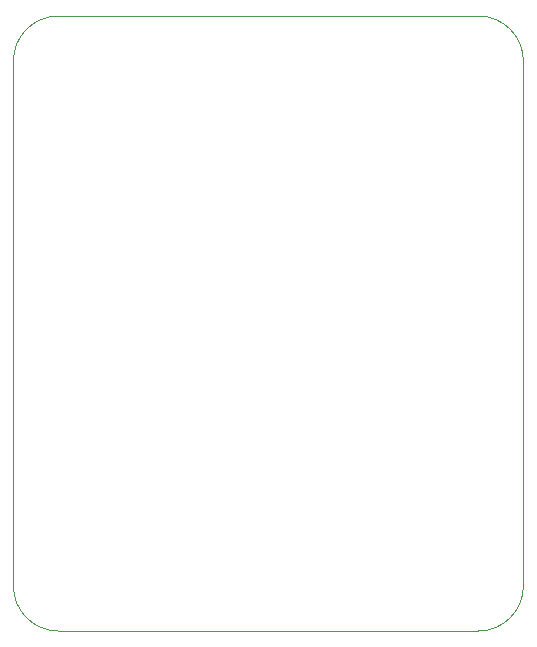
<source format=gbr>
%TF.GenerationSoftware,KiCad,Pcbnew,7.0.10*%
%TF.CreationDate,2025-06-13T16:12:02+05:30*%
%TF.ProjectId,PIC custom dev board_01,50494320-6375-4737-946f-6d2064657620,rev?*%
%TF.SameCoordinates,Original*%
%TF.FileFunction,Profile,NP*%
%FSLAX46Y46*%
G04 Gerber Fmt 4.6, Leading zero omitted, Abs format (unit mm)*
G04 Created by KiCad (PCBNEW 7.0.10) date 2025-06-13 16:12:02*
%MOMM*%
%LPD*%
G01*
G04 APERTURE LIST*
%TA.AperFunction,Profile*%
%ADD10C,0.100000*%
%TD*%
G04 APERTURE END LIST*
D10*
X118110000Y-49530000D02*
X153670000Y-49530000D01*
X153670000Y-101600000D02*
G75*
G03*
X157480000Y-97790000I0J3810000D01*
G01*
X157480000Y-97790000D02*
X157480000Y-53340000D01*
X114300000Y-53340000D02*
X114300000Y-97790000D01*
X118110000Y-49530000D02*
G75*
G03*
X114300000Y-53340000I0J-3810000D01*
G01*
X114300000Y-97790000D02*
G75*
G03*
X118110000Y-101600000I3810000J0D01*
G01*
X157480000Y-53340000D02*
G75*
G03*
X153670000Y-49530000I-3810000J0D01*
G01*
X118110000Y-101600000D02*
X153670000Y-101600000D01*
M02*

</source>
